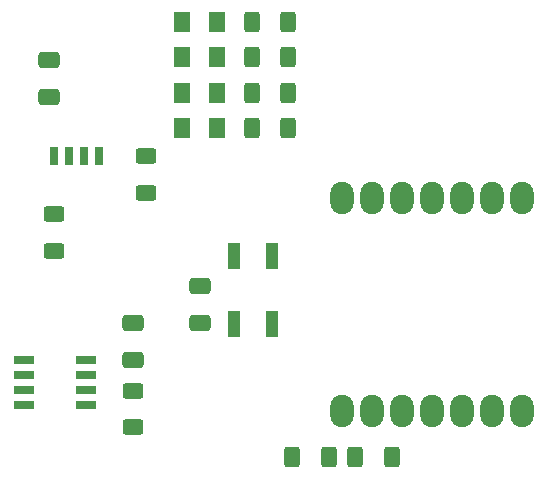
<source format=gbr>
%TF.GenerationSoftware,KiCad,Pcbnew,7.0.5*%
%TF.CreationDate,2023-10-11T12:47:35-04:00*%
%TF.ProjectId,Board_To_Be_Tested,426f6172-645f-4546-9f5f-42655f546573,rev?*%
%TF.SameCoordinates,Original*%
%TF.FileFunction,Paste,Top*%
%TF.FilePolarity,Positive*%
%FSLAX46Y46*%
G04 Gerber Fmt 4.6, Leading zero omitted, Abs format (unit mm)*
G04 Created by KiCad (PCBNEW 7.0.5) date 2023-10-11 12:47:35*
%MOMM*%
%LPD*%
G01*
G04 APERTURE LIST*
G04 Aperture macros list*
%AMRoundRect*
0 Rectangle with rounded corners*
0 $1 Rounding radius*
0 $2 $3 $4 $5 $6 $7 $8 $9 X,Y pos of 4 corners*
0 Add a 4 corners polygon primitive as box body*
4,1,4,$2,$3,$4,$5,$6,$7,$8,$9,$2,$3,0*
0 Add four circle primitives for the rounded corners*
1,1,$1+$1,$2,$3*
1,1,$1+$1,$4,$5*
1,1,$1+$1,$6,$7*
1,1,$1+$1,$8,$9*
0 Add four rect primitives between the rounded corners*
20,1,$1+$1,$2,$3,$4,$5,0*
20,1,$1+$1,$4,$5,$6,$7,0*
20,1,$1+$1,$6,$7,$8,$9,0*
20,1,$1+$1,$8,$9,$2,$3,0*%
G04 Aperture macros list end*
%ADD10RoundRect,0.250000X0.625000X-0.400000X0.625000X0.400000X-0.625000X0.400000X-0.625000X-0.400000X0*%
%ADD11RoundRect,0.250000X-0.400000X-0.625000X0.400000X-0.625000X0.400000X0.625000X-0.400000X0.625000X0*%
%ADD12RoundRect,0.250001X-0.462499X-0.624999X0.462499X-0.624999X0.462499X0.624999X-0.462499X0.624999X0*%
%ADD13RoundRect,0.250000X-0.650000X0.412500X-0.650000X-0.412500X0.650000X-0.412500X0.650000X0.412500X0*%
%ADD14RoundRect,0.250000X0.650000X-0.412500X0.650000X0.412500X-0.650000X0.412500X-0.650000X-0.412500X0*%
%ADD15R,1.000000X2.300000*%
%ADD16R,1.800000X0.800000*%
%ADD17RoundRect,1.000000X0.000000X0.375000X0.000000X-0.375000X0.000000X-0.375000X0.000000X0.375000X0*%
%ADD18R,0.700000X1.600000*%
G04 APERTURE END LIST*
D10*
%TO.C,R7*%
X139050000Y-100750000D03*
X139050000Y-97650000D03*
%TD*%
%TO.C,R8*%
X132400000Y-85840000D03*
X132400000Y-82740000D03*
%TD*%
D11*
%TO.C,R5*%
X152550000Y-103300000D03*
X155650000Y-103300000D03*
%TD*%
D12*
%TO.C,D3*%
X143195000Y-69420000D03*
X146170000Y-69420000D03*
%TD*%
D11*
%TO.C,R1*%
X149132500Y-66420000D03*
X152232500Y-66420000D03*
%TD*%
%TO.C,R4*%
X157900000Y-103300000D03*
X161000000Y-103300000D03*
%TD*%
%TO.C,R2*%
X149132500Y-69420000D03*
X152232500Y-69420000D03*
%TD*%
D13*
%TO.C,C3*%
X131970000Y-69635000D03*
X131970000Y-72760000D03*
%TD*%
D14*
%TO.C,C2*%
X144730000Y-91962500D03*
X144730000Y-88837500D03*
%TD*%
D12*
%TO.C,D4*%
X143195000Y-72420000D03*
X146170000Y-72420000D03*
%TD*%
D11*
%TO.C,R6*%
X149132500Y-75420000D03*
X152232500Y-75420000D03*
%TD*%
D12*
%TO.C,D5*%
X143195000Y-75420000D03*
X146170000Y-75420000D03*
%TD*%
D15*
%TO.C,D1*%
X150860000Y-86280000D03*
X147660000Y-86280000D03*
X147660000Y-91980000D03*
X150860000Y-91980000D03*
%TD*%
D16*
%TO.C,U1*%
X135090000Y-98905000D03*
X135090000Y-97635000D03*
X135090000Y-96365000D03*
X135090000Y-95095000D03*
X129810000Y-95095000D03*
X129810000Y-96365000D03*
X129810000Y-97635000D03*
X129810000Y-98905000D03*
%TD*%
D10*
%TO.C,R9*%
X140210000Y-80930000D03*
X140210000Y-77830000D03*
%TD*%
D17*
%TO.C,U2*%
X172000750Y-81384000D03*
X169460750Y-81384000D03*
X166920750Y-81384000D03*
X164380750Y-81384000D03*
X161840750Y-81384000D03*
X159300750Y-81384000D03*
X156760750Y-81384000D03*
X156760750Y-99384000D03*
X159300750Y-99384000D03*
X161840750Y-99384000D03*
X164380750Y-99384000D03*
X166920750Y-99384000D03*
X169460750Y-99384000D03*
X172000750Y-99384000D03*
%TD*%
D12*
%TO.C,D2*%
X143195000Y-66420000D03*
X146170000Y-66420000D03*
%TD*%
D14*
%TO.C,C1*%
X139050000Y-95062500D03*
X139050000Y-91937500D03*
%TD*%
D18*
%TO.C,IC1*%
X132390000Y-77800000D03*
X133660000Y-77800000D03*
X134930000Y-77800000D03*
X136200000Y-77800000D03*
%TD*%
D11*
%TO.C,R3*%
X149132500Y-72420000D03*
X152232500Y-72420000D03*
%TD*%
M02*

</source>
